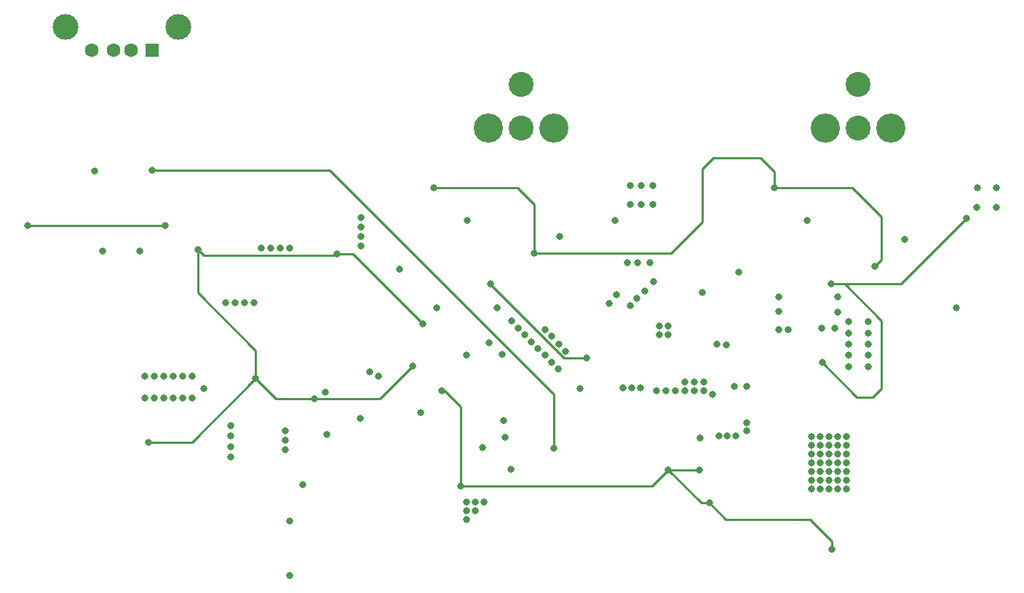
<source format=gbr>
%TF.GenerationSoftware,KiCad,Pcbnew,(5.99.0-9519-ga70106a3bd)*%
%TF.CreationDate,2021-04-02T22:42:04-07:00*%
%TF.ProjectId,UsbSound,55736253-6f75-46e6-942e-6b696361645f,rev?*%
%TF.SameCoordinates,Original*%
%TF.FileFunction,Copper,L3,Inr*%
%TF.FilePolarity,Positive*%
%FSLAX46Y46*%
G04 Gerber Fmt 4.6, Leading zero omitted, Abs format (unit mm)*
G04 Created by KiCad (PCBNEW (5.99.0-9519-ga70106a3bd)) date 2021-04-02 22:42:04*
%MOMM*%
%LPD*%
G01*
G04 APERTURE LIST*
%TA.AperFunction,ComponentPad*%
%ADD10R,1.600000X1.500000*%
%TD*%
%TA.AperFunction,ComponentPad*%
%ADD11C,1.600000*%
%TD*%
%TA.AperFunction,ComponentPad*%
%ADD12C,3.000000*%
%TD*%
%TA.AperFunction,ComponentPad*%
%ADD13C,3.400000*%
%TD*%
%TA.AperFunction,ComponentPad*%
%ADD14C,2.900000*%
%TD*%
%TA.AperFunction,ViaPad*%
%ADD15C,0.800000*%
%TD*%
%TA.AperFunction,Conductor*%
%ADD16C,0.250000*%
%TD*%
G04 APERTURE END LIST*
D10*
%TO.N,+5V*%
%TO.C,J2*%
X96500100Y-53620000D03*
D11*
%TO.N,USB_CONN_D-*%
X94000100Y-53620000D03*
%TO.N,USB_CONN_D+*%
X92000100Y-53620000D03*
%TO.N,unconnected-(J2-Pad4)*%
X89500100Y-53620000D03*
D12*
%TO.N,GND*%
X86430100Y-50910000D03*
X99570100Y-50910000D03*
%TD*%
D13*
%TO.N,GND*%
%TO.C,J4*%
X182410500Y-62627600D03*
%TO.N,XLR_R+*%
X174790500Y-62627600D03*
D14*
%TO.N,XLR_R-*%
X178600500Y-62627600D03*
%TO.N,N/C*%
X178600500Y-57547600D03*
%TD*%
D13*
%TO.N,GND*%
%TO.C,J3*%
X143190500Y-62627600D03*
%TO.N,XLR_L+*%
X135570500Y-62627600D03*
D14*
%TO.N,XLR_L-*%
X139380500Y-62627600D03*
%TO.N,N/C*%
X139380500Y-57547600D03*
%TD*%
D15*
%TO.N,GND*%
X143000000Y-89900000D03*
X175260000Y-98552000D03*
X127762000Y-95758000D03*
X177292000Y-102616000D03*
X97800000Y-94100000D03*
X173228000Y-102616000D03*
X177292000Y-104648000D03*
X112000000Y-100100000D03*
X158500000Y-93200000D03*
X98900000Y-91500000D03*
X142200000Y-89100000D03*
X133096000Y-108204000D03*
X177500000Y-85200000D03*
X174244000Y-102616000D03*
X153400000Y-71500000D03*
X169400000Y-84000000D03*
X112000000Y-97900000D03*
X136652000Y-83566000D03*
X179800000Y-86500000D03*
X112500000Y-76600000D03*
X141400000Y-88300000D03*
X159600000Y-92200000D03*
X165700000Y-92700000D03*
X152100000Y-71500000D03*
X150500000Y-82000000D03*
X175260000Y-102616000D03*
X176276000Y-99568000D03*
X160200000Y-98700000D03*
X175900000Y-85900000D03*
X133096000Y-107188000D03*
X135700000Y-87600000D03*
X174400000Y-85900000D03*
X175260000Y-104648000D03*
X175260000Y-100584000D03*
X153300000Y-92900000D03*
X173228000Y-103632000D03*
X155500000Y-85700000D03*
X154800000Y-80500000D03*
X144615094Y-88610906D03*
X143002000Y-86868000D03*
X143795047Y-87790858D03*
X151300000Y-92900000D03*
X137196100Y-88967400D03*
X152100000Y-83300000D03*
X177500000Y-89100000D03*
X96700000Y-91500000D03*
X122800000Y-91500000D03*
X140600000Y-87500000D03*
X134112000Y-107188000D03*
X176276000Y-100584000D03*
X175260000Y-101600000D03*
X107200000Y-83000000D03*
X169400000Y-86100000D03*
X154400000Y-78300000D03*
X110300000Y-76600000D03*
X153400000Y-69300000D03*
X192500000Y-69600000D03*
X109200000Y-76600000D03*
X177292000Y-98552000D03*
X105600000Y-99700000D03*
X89814400Y-67640200D03*
X154700000Y-69300000D03*
X164200000Y-92700000D03*
X139100000Y-85900000D03*
X173228000Y-100584000D03*
X160700000Y-93200000D03*
X175260000Y-103632000D03*
X179800000Y-89100000D03*
X133055900Y-89069000D03*
X95600000Y-94100000D03*
X156500000Y-85700000D03*
X177292000Y-100584000D03*
X152300000Y-92900000D03*
X105600000Y-100900000D03*
X176276000Y-104648000D03*
X176276000Y-101600000D03*
X143700000Y-90700000D03*
X129623000Y-83566000D03*
X165700000Y-97900000D03*
X98900000Y-94100000D03*
X155500000Y-86700000D03*
X165700000Y-96900000D03*
X164400000Y-98500000D03*
X95600000Y-91500000D03*
X176276000Y-84100000D03*
X106100000Y-83000000D03*
X120700000Y-96400000D03*
X173228000Y-98552000D03*
X135128000Y-106172000D03*
X120800000Y-73100000D03*
X105000000Y-83000000D03*
X152100000Y-69300000D03*
X177292000Y-99568000D03*
X120800000Y-75300000D03*
X169418000Y-82296000D03*
X177500000Y-87800000D03*
X157400000Y-93200000D03*
X174244000Y-103632000D03*
X111400000Y-76600000D03*
X179800000Y-85200000D03*
X174244000Y-98552000D03*
X121800000Y-91000000D03*
X96700000Y-94100000D03*
X176276000Y-98552000D03*
X154700000Y-71500000D03*
X177500000Y-86500000D03*
X97800000Y-91500000D03*
X176276000Y-102616000D03*
X163322000Y-87884000D03*
X163400000Y-98500000D03*
X156500000Y-86700000D03*
X176276000Y-103632000D03*
X176276000Y-82296000D03*
X173228000Y-101600000D03*
X192400000Y-71900000D03*
X194700000Y-69600000D03*
X112000000Y-99000000D03*
X160700000Y-92200000D03*
X156300000Y-93200000D03*
X174244000Y-99568000D03*
X108300000Y-83000000D03*
X173228000Y-99568000D03*
X152900000Y-82500000D03*
X120800000Y-74200000D03*
X173228000Y-104648000D03*
X101100000Y-94100000D03*
X179800000Y-87800000D03*
X120800000Y-76400000D03*
X100000000Y-91500000D03*
X138300000Y-85100000D03*
X139800000Y-86700000D03*
X179800000Y-90400000D03*
X105600000Y-98500000D03*
X174244000Y-104648000D03*
X134112000Y-106172000D03*
X174244000Y-100584000D03*
X174244000Y-101600000D03*
X153800000Y-81600000D03*
X151800000Y-78300000D03*
X161700000Y-93600000D03*
X155200000Y-93200000D03*
X162200000Y-87800000D03*
X162400000Y-98500000D03*
X159600000Y-93200000D03*
X177500000Y-90400000D03*
X153000000Y-78300000D03*
X101100000Y-91500000D03*
X133096000Y-106172000D03*
X142240000Y-86106000D03*
X158500000Y-92200000D03*
X175260000Y-99568000D03*
X170500000Y-86100000D03*
X105600000Y-97300000D03*
X100000000Y-94100000D03*
X177292000Y-101600000D03*
X194700000Y-71900000D03*
X177292000Y-103632000D03*
%TO.N,+3V3*%
X127950500Y-85436800D03*
X161326100Y-106290200D03*
X132384800Y-104343200D03*
X114046000Y-104140000D03*
X156540200Y-102412800D03*
X115366800Y-94132400D03*
X96048100Y-99203600D03*
X101788500Y-76801000D03*
X108544900Y-91812200D03*
X126767900Y-90373200D03*
X175554500Y-111653600D03*
X130169200Y-93198400D03*
X97993200Y-74015600D03*
X160121600Y-102463600D03*
X82027300Y-73956000D03*
X118019100Y-77309000D03*
X116840000Y-98298000D03*
%TO.N,Net-(C17-Pad2)*%
X143895500Y-75257600D03*
X149695500Y-83057600D03*
%TO.N,+5VA*%
X175448500Y-80788600D03*
X191196500Y-73168600D03*
X147000500Y-89424600D03*
X135824500Y-80788600D03*
X174432500Y-89932600D03*
X150300000Y-73400000D03*
X146289300Y-92929800D03*
X160513300Y-81766500D03*
%TO.N,-5VA*%
X168844500Y-69612600D03*
X129220500Y-69612600D03*
X180528500Y-78756600D03*
X140904500Y-77232600D03*
%TO.N,Net-(C25-Pad2)*%
X125308000Y-79032600D03*
X133108000Y-73432600D03*
%TO.N,Net-(C42-Pad2)*%
X164720500Y-79382600D03*
X172720500Y-73382600D03*
%TO.N,Net-(C38-Pad2)*%
X184020500Y-75570100D03*
X190020500Y-83570100D03*
%TO.N,LED_STATUS*%
X112522000Y-114706400D03*
X112496600Y-108331000D03*
%TO.N,+5V*%
X143190500Y-99940200D03*
X96479900Y-67580600D03*
%TO.N,NRST*%
X116672900Y-93387000D03*
X102499700Y-92929800D03*
%TO.N,SWO*%
X138237500Y-102348400D03*
X134935500Y-99848400D03*
%TO.N,BOOT0*%
X95082900Y-76978600D03*
X90714100Y-76978600D03*
%TO.N,I2C1_SCL*%
X137551700Y-98670200D03*
X137348500Y-96689000D03*
%TD*%
D16*
%TO.N,+3V3*%
X101788500Y-76801000D02*
X102462711Y-77475211D01*
X132384800Y-95072200D02*
X132384800Y-104343200D01*
X161326100Y-106290200D02*
X163214500Y-108178600D01*
X156540200Y-102412800D02*
X160070800Y-102412800D01*
X118019100Y-77309000D02*
X119822700Y-77309000D01*
X130511000Y-93198400D02*
X132384800Y-95072200D01*
X117852889Y-77475211D02*
X118019100Y-77309000D01*
X101788500Y-81798700D02*
X101788500Y-76801000D01*
X96048100Y-99203600D02*
X101153500Y-99203600D01*
X173025517Y-108178600D02*
X175554500Y-110707583D01*
X108544900Y-88555100D02*
X101788500Y-81798700D01*
X97933600Y-73956000D02*
X97993200Y-74015600D01*
X175554500Y-110707583D02*
X175554500Y-111653600D01*
X82027300Y-73956000D02*
X97933600Y-73956000D01*
X130169200Y-93198400D02*
X130511000Y-93198400D01*
X115366800Y-94132400D02*
X123008700Y-94132400D01*
X160070800Y-102412800D02*
X160121600Y-102463600D01*
X160417600Y-106290200D02*
X161326100Y-106290200D01*
X156540200Y-102412800D02*
X160417600Y-106290200D01*
X108544900Y-91812200D02*
X110865100Y-94132400D01*
X123008700Y-94132400D02*
X126767900Y-90373200D01*
X119822700Y-77309000D02*
X127950500Y-85436800D01*
X132384800Y-104343200D02*
X154609800Y-104343200D01*
X154609800Y-104343200D02*
X156540200Y-102412800D01*
X110865100Y-94132400D02*
X115366800Y-94132400D01*
X101153500Y-99203600D02*
X108544900Y-91812200D01*
X163214500Y-108178600D02*
X173025517Y-108178600D01*
X108544900Y-91812200D02*
X108544900Y-88555100D01*
X102462711Y-77475211D02*
X117852889Y-77475211D01*
%TO.N,+5VA*%
X180340000Y-93980000D02*
X181356000Y-92964000D01*
X181356000Y-85090000D02*
X177054600Y-80788600D01*
X183576500Y-80788600D02*
X191196500Y-73168600D01*
X178479900Y-93980000D02*
X180340000Y-93980000D01*
X174432500Y-89932600D02*
X178479900Y-93980000D01*
X135824500Y-80845617D02*
X144403483Y-89424600D01*
X135824500Y-80788600D02*
X135824500Y-80845617D01*
X175448500Y-80788600D02*
X183576500Y-80788600D01*
X144403483Y-89424600D02*
X147000500Y-89424600D01*
X181356000Y-92964000D02*
X181356000Y-85090000D01*
%TO.N,-5VA*%
X140904500Y-71562500D02*
X140904500Y-77232600D01*
X138954600Y-69612600D02*
X140904500Y-71562500D01*
X167259000Y-66116200D02*
X168844500Y-67701700D01*
X168844500Y-69612600D02*
X177892800Y-69612600D01*
X156828400Y-77232600D02*
X160528000Y-73533000D01*
X140904500Y-77232600D02*
X156828400Y-77232600D01*
X160528000Y-67386200D02*
X161798000Y-66116200D01*
X181279800Y-78005300D02*
X180528500Y-78756600D01*
X177892800Y-69612600D02*
X181279800Y-72999600D01*
X160528000Y-73533000D02*
X160528000Y-67386200D01*
X129220500Y-69612600D02*
X138954600Y-69612600D01*
X181279800Y-72999600D02*
X181279800Y-78005300D01*
X168844500Y-67701700D02*
X168844500Y-69612600D01*
X161798000Y-66116200D02*
X167259000Y-66116200D01*
%TO.N,+5V*%
X117136000Y-67580600D02*
X143190500Y-93635100D01*
X143190500Y-93635100D02*
X143190500Y-99940200D01*
X96479900Y-67580600D02*
X117136000Y-67580600D01*
%TD*%
M02*

</source>
